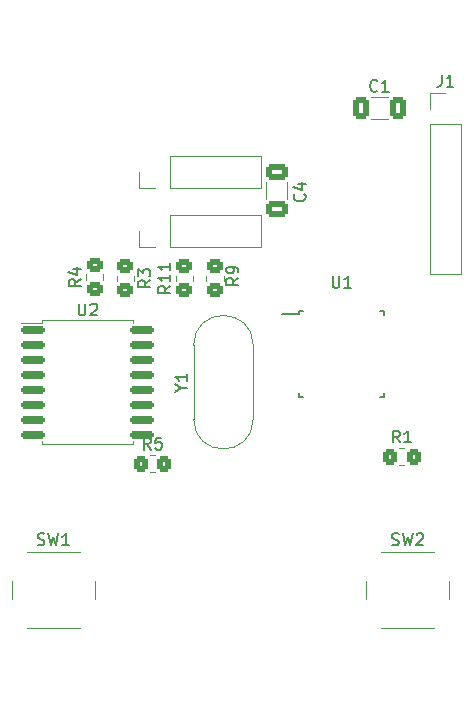
<source format=gto>
%TF.GenerationSoftware,KiCad,Pcbnew,(6.0.6)*%
%TF.CreationDate,2022-10-28T21:49:34+08:00*%
%TF.ProjectId,KB_SmartWatch,4b425f53-6d61-4727-9457-617463682e6b,rev?*%
%TF.SameCoordinates,Original*%
%TF.FileFunction,Legend,Top*%
%TF.FilePolarity,Positive*%
%FSLAX46Y46*%
G04 Gerber Fmt 4.6, Leading zero omitted, Abs format (unit mm)*
G04 Created by KiCad (PCBNEW (6.0.6)) date 2022-10-28 21:49:34*
%MOMM*%
%LPD*%
G01*
G04 APERTURE LIST*
G04 Aperture macros list*
%AMRoundRect*
0 Rectangle with rounded corners*
0 $1 Rounding radius*
0 $2 $3 $4 $5 $6 $7 $8 $9 X,Y pos of 4 corners*
0 Add a 4 corners polygon primitive as box body*
4,1,4,$2,$3,$4,$5,$6,$7,$8,$9,$2,$3,0*
0 Add four circle primitives for the rounded corners*
1,1,$1+$1,$2,$3*
1,1,$1+$1,$4,$5*
1,1,$1+$1,$6,$7*
1,1,$1+$1,$8,$9*
0 Add four rect primitives between the rounded corners*
20,1,$1+$1,$2,$3,$4,$5,0*
20,1,$1+$1,$4,$5,$6,$7,0*
20,1,$1+$1,$6,$7,$8,$9,0*
20,1,$1+$1,$8,$9,$2,$3,0*%
G04 Aperture macros list end*
%ADD10C,0.150000*%
%ADD11C,0.120000*%
%ADD12O,26.000000X4.600000*%
%ADD13RoundRect,0.150000X-0.875000X-0.150000X0.875000X-0.150000X0.875000X0.150000X-0.875000X0.150000X0*%
%ADD14R,1.600000X0.550000*%
%ADD15R,0.550000X1.600000*%
%ADD16R,1.700000X1.700000*%
%ADD17RoundRect,0.250000X-0.350000X-0.450000X0.350000X-0.450000X0.350000X0.450000X-0.350000X0.450000X0*%
%ADD18RoundRect,0.250000X0.450000X-0.350000X0.450000X0.350000X-0.450000X0.350000X-0.450000X-0.350000X0*%
%ADD19C,1.500000*%
%ADD20C,2.000000*%
%ADD21O,1.700000X1.700000*%
%ADD22RoundRect,0.250000X0.650000X-0.412500X0.650000X0.412500X-0.650000X0.412500X-0.650000X-0.412500X0*%
%ADD23RoundRect,0.250000X-0.412500X-0.650000X0.412500X-0.650000X0.412500X0.650000X-0.412500X0.650000X0*%
%ADD24RoundRect,0.250000X-0.450000X0.350000X-0.450000X-0.350000X0.450000X-0.350000X0.450000X0.350000X0*%
G04 APERTURE END LIST*
D10*
%TO.C,U2*%
X192538095Y-47452380D02*
X192538095Y-48261904D01*
X192585714Y-48357142D01*
X192633333Y-48404761D01*
X192728571Y-48452380D01*
X192919047Y-48452380D01*
X193014285Y-48404761D01*
X193061904Y-48357142D01*
X193109523Y-48261904D01*
X193109523Y-47452380D01*
X193538095Y-47547619D02*
X193585714Y-47500000D01*
X193680952Y-47452380D01*
X193919047Y-47452380D01*
X194014285Y-47500000D01*
X194061904Y-47547619D01*
X194109523Y-47642857D01*
X194109523Y-47738095D01*
X194061904Y-47880952D01*
X193490476Y-48452380D01*
X194109523Y-48452380D01*
%TO.C,U1*%
X214038095Y-45102380D02*
X214038095Y-45911904D01*
X214085714Y-46007142D01*
X214133333Y-46054761D01*
X214228571Y-46102380D01*
X214419047Y-46102380D01*
X214514285Y-46054761D01*
X214561904Y-46007142D01*
X214609523Y-45911904D01*
X214609523Y-45102380D01*
X215609523Y-46102380D02*
X215038095Y-46102380D01*
X215323809Y-46102380D02*
X215323809Y-45102380D01*
X215228571Y-45245238D01*
X215133333Y-45340476D01*
X215038095Y-45388095D01*
%TO.C,R1*%
X219733333Y-59202380D02*
X219400000Y-58726190D01*
X219161904Y-59202380D02*
X219161904Y-58202380D01*
X219542857Y-58202380D01*
X219638095Y-58250000D01*
X219685714Y-58297619D01*
X219733333Y-58392857D01*
X219733333Y-58535714D01*
X219685714Y-58630952D01*
X219638095Y-58678571D01*
X219542857Y-58726190D01*
X219161904Y-58726190D01*
X220685714Y-59202380D02*
X220114285Y-59202380D01*
X220400000Y-59202380D02*
X220400000Y-58202380D01*
X220304761Y-58345238D01*
X220209523Y-58440476D01*
X220114285Y-58488095D01*
%TO.C,R11*%
X200302380Y-45942857D02*
X199826190Y-46276190D01*
X200302380Y-46514285D02*
X199302380Y-46514285D01*
X199302380Y-46133333D01*
X199350000Y-46038095D01*
X199397619Y-45990476D01*
X199492857Y-45942857D01*
X199635714Y-45942857D01*
X199730952Y-45990476D01*
X199778571Y-46038095D01*
X199826190Y-46133333D01*
X199826190Y-46514285D01*
X200302380Y-44990476D02*
X200302380Y-45561904D01*
X200302380Y-45276190D02*
X199302380Y-45276190D01*
X199445238Y-45371428D01*
X199540476Y-45466666D01*
X199588095Y-45561904D01*
X200302380Y-44038095D02*
X200302380Y-44609523D01*
X200302380Y-44323809D02*
X199302380Y-44323809D01*
X199445238Y-44419047D01*
X199540476Y-44514285D01*
X199588095Y-44609523D01*
%TO.C,R9*%
X206052380Y-45266666D02*
X205576190Y-45600000D01*
X206052380Y-45838095D02*
X205052380Y-45838095D01*
X205052380Y-45457142D01*
X205100000Y-45361904D01*
X205147619Y-45314285D01*
X205242857Y-45266666D01*
X205385714Y-45266666D01*
X205480952Y-45314285D01*
X205528571Y-45361904D01*
X205576190Y-45457142D01*
X205576190Y-45838095D01*
X206052380Y-44790476D02*
X206052380Y-44600000D01*
X206004761Y-44504761D01*
X205957142Y-44457142D01*
X205814285Y-44361904D01*
X205623809Y-44314285D01*
X205242857Y-44314285D01*
X205147619Y-44361904D01*
X205100000Y-44409523D01*
X205052380Y-44504761D01*
X205052380Y-44695238D01*
X205100000Y-44790476D01*
X205147619Y-44838095D01*
X205242857Y-44885714D01*
X205480952Y-44885714D01*
X205576190Y-44838095D01*
X205623809Y-44790476D01*
X205671428Y-44695238D01*
X205671428Y-44504761D01*
X205623809Y-44409523D01*
X205576190Y-44361904D01*
X205480952Y-44314285D01*
%TO.C,Y1*%
X201251190Y-54576190D02*
X201727380Y-54576190D01*
X200727380Y-54909523D02*
X201251190Y-54576190D01*
X200727380Y-54242857D01*
X201727380Y-53385714D02*
X201727380Y-53957142D01*
X201727380Y-53671428D02*
X200727380Y-53671428D01*
X200870238Y-53766666D01*
X200965476Y-53861904D01*
X201013095Y-53957142D01*
%TO.C,SW2*%
X219066666Y-67854761D02*
X219209523Y-67902380D01*
X219447619Y-67902380D01*
X219542857Y-67854761D01*
X219590476Y-67807142D01*
X219638095Y-67711904D01*
X219638095Y-67616666D01*
X219590476Y-67521428D01*
X219542857Y-67473809D01*
X219447619Y-67426190D01*
X219257142Y-67378571D01*
X219161904Y-67330952D01*
X219114285Y-67283333D01*
X219066666Y-67188095D01*
X219066666Y-67092857D01*
X219114285Y-66997619D01*
X219161904Y-66950000D01*
X219257142Y-66902380D01*
X219495238Y-66902380D01*
X219638095Y-66950000D01*
X219971428Y-66902380D02*
X220209523Y-67902380D01*
X220400000Y-67188095D01*
X220590476Y-67902380D01*
X220828571Y-66902380D01*
X221161904Y-66997619D02*
X221209523Y-66950000D01*
X221304761Y-66902380D01*
X221542857Y-66902380D01*
X221638095Y-66950000D01*
X221685714Y-66997619D01*
X221733333Y-67092857D01*
X221733333Y-67188095D01*
X221685714Y-67330952D01*
X221114285Y-67902380D01*
X221733333Y-67902380D01*
%TO.C,C4*%
X211657142Y-38166666D02*
X211704761Y-38214285D01*
X211752380Y-38357142D01*
X211752380Y-38452380D01*
X211704761Y-38595238D01*
X211609523Y-38690476D01*
X211514285Y-38738095D01*
X211323809Y-38785714D01*
X211180952Y-38785714D01*
X210990476Y-38738095D01*
X210895238Y-38690476D01*
X210800000Y-38595238D01*
X210752380Y-38452380D01*
X210752380Y-38357142D01*
X210800000Y-38214285D01*
X210847619Y-38166666D01*
X211085714Y-37309523D02*
X211752380Y-37309523D01*
X210704761Y-37547619D02*
X211419047Y-37785714D01*
X211419047Y-37166666D01*
%TO.C,C1*%
X217833333Y-29407142D02*
X217785714Y-29454761D01*
X217642857Y-29502380D01*
X217547619Y-29502380D01*
X217404761Y-29454761D01*
X217309523Y-29359523D01*
X217261904Y-29264285D01*
X217214285Y-29073809D01*
X217214285Y-28930952D01*
X217261904Y-28740476D01*
X217309523Y-28645238D01*
X217404761Y-28550000D01*
X217547619Y-28502380D01*
X217642857Y-28502380D01*
X217785714Y-28550000D01*
X217833333Y-28597619D01*
X218785714Y-29502380D02*
X218214285Y-29502380D01*
X218500000Y-29502380D02*
X218500000Y-28502380D01*
X218404761Y-28645238D01*
X218309523Y-28740476D01*
X218214285Y-28788095D01*
%TO.C,R3*%
X198602380Y-45466666D02*
X198126190Y-45800000D01*
X198602380Y-46038095D02*
X197602380Y-46038095D01*
X197602380Y-45657142D01*
X197650000Y-45561904D01*
X197697619Y-45514285D01*
X197792857Y-45466666D01*
X197935714Y-45466666D01*
X198030952Y-45514285D01*
X198078571Y-45561904D01*
X198126190Y-45657142D01*
X198126190Y-46038095D01*
X197602380Y-45133333D02*
X197602380Y-44514285D01*
X197983333Y-44847619D01*
X197983333Y-44704761D01*
X198030952Y-44609523D01*
X198078571Y-44561904D01*
X198173809Y-44514285D01*
X198411904Y-44514285D01*
X198507142Y-44561904D01*
X198554761Y-44609523D01*
X198602380Y-44704761D01*
X198602380Y-44990476D01*
X198554761Y-45085714D01*
X198507142Y-45133333D01*
%TO.C,R4*%
X192702380Y-45366666D02*
X192226190Y-45700000D01*
X192702380Y-45938095D02*
X191702380Y-45938095D01*
X191702380Y-45557142D01*
X191750000Y-45461904D01*
X191797619Y-45414285D01*
X191892857Y-45366666D01*
X192035714Y-45366666D01*
X192130952Y-45414285D01*
X192178571Y-45461904D01*
X192226190Y-45557142D01*
X192226190Y-45938095D01*
X192035714Y-44509523D02*
X192702380Y-44509523D01*
X191654761Y-44747619D02*
X192369047Y-44985714D01*
X192369047Y-44366666D01*
%TO.C,SW1*%
X189066666Y-67854761D02*
X189209523Y-67902380D01*
X189447619Y-67902380D01*
X189542857Y-67854761D01*
X189590476Y-67807142D01*
X189638095Y-67711904D01*
X189638095Y-67616666D01*
X189590476Y-67521428D01*
X189542857Y-67473809D01*
X189447619Y-67426190D01*
X189257142Y-67378571D01*
X189161904Y-67330952D01*
X189114285Y-67283333D01*
X189066666Y-67188095D01*
X189066666Y-67092857D01*
X189114285Y-66997619D01*
X189161904Y-66950000D01*
X189257142Y-66902380D01*
X189495238Y-66902380D01*
X189638095Y-66950000D01*
X189971428Y-66902380D02*
X190209523Y-67902380D01*
X190400000Y-67188095D01*
X190590476Y-67902380D01*
X190828571Y-66902380D01*
X191733333Y-67902380D02*
X191161904Y-67902380D01*
X191447619Y-67902380D02*
X191447619Y-66902380D01*
X191352380Y-67045238D01*
X191257142Y-67140476D01*
X191161904Y-67188095D01*
%TO.C,R5*%
X198633333Y-59802380D02*
X198300000Y-59326190D01*
X198061904Y-59802380D02*
X198061904Y-58802380D01*
X198442857Y-58802380D01*
X198538095Y-58850000D01*
X198585714Y-58897619D01*
X198633333Y-58992857D01*
X198633333Y-59135714D01*
X198585714Y-59230952D01*
X198538095Y-59278571D01*
X198442857Y-59326190D01*
X198061904Y-59326190D01*
X199538095Y-58802380D02*
X199061904Y-58802380D01*
X199014285Y-59278571D01*
X199061904Y-59230952D01*
X199157142Y-59183333D01*
X199395238Y-59183333D01*
X199490476Y-59230952D01*
X199538095Y-59278571D01*
X199585714Y-59373809D01*
X199585714Y-59611904D01*
X199538095Y-59707142D01*
X199490476Y-59754761D01*
X199395238Y-59802380D01*
X199157142Y-59802380D01*
X199061904Y-59754761D01*
X199014285Y-59707142D01*
%TO.C,J1*%
X223266666Y-28072380D02*
X223266666Y-28786666D01*
X223219047Y-28929523D01*
X223123809Y-29024761D01*
X222980952Y-29072380D01*
X222885714Y-29072380D01*
X224266666Y-29072380D02*
X223695238Y-29072380D01*
X223980952Y-29072380D02*
X223980952Y-28072380D01*
X223885714Y-28215238D01*
X223790476Y-28310476D01*
X223695238Y-28358095D01*
D11*
%TO.C,REF\u002A\u002A*%
X207050000Y-26150000D02*
X204150000Y-26150000D01*
X207050000Y-23250000D02*
X207050000Y-26150000D01*
X204150000Y-26150000D02*
X204150000Y-23250000D01*
X204150000Y-23250000D02*
X207050000Y-23250000D01*
X204150000Y-78950000D02*
X207050000Y-78950000D01*
X207050000Y-81850000D02*
X204150000Y-81850000D01*
X204150000Y-81850000D02*
X204150000Y-78950000D01*
X207050000Y-78950000D02*
X207050000Y-81850000D01*
%TO.C,U2*%
X189440000Y-48840000D02*
X189440000Y-49095000D01*
X197160000Y-59360000D02*
X197160000Y-59105000D01*
X197160000Y-48840000D02*
X197160000Y-49095000D01*
X193300000Y-48840000D02*
X197160000Y-48840000D01*
X189440000Y-59360000D02*
X189440000Y-59105000D01*
X193300000Y-59360000D02*
X197160000Y-59360000D01*
X189440000Y-49095000D02*
X187625000Y-49095000D01*
X193300000Y-48840000D02*
X189440000Y-48840000D01*
X193300000Y-59360000D02*
X189440000Y-59360000D01*
D10*
%TO.C,U1*%
X211175000Y-48075000D02*
X211175000Y-48300000D01*
X211175000Y-48075000D02*
X211500000Y-48075000D01*
X218425000Y-48075000D02*
X218100000Y-48075000D01*
X211175000Y-48300000D02*
X209750000Y-48300000D01*
X218425000Y-55325000D02*
X218425000Y-55000000D01*
X218425000Y-48075000D02*
X218425000Y-48400000D01*
X211175000Y-55325000D02*
X211500000Y-55325000D01*
X218425000Y-55325000D02*
X218100000Y-55325000D01*
X211175000Y-55325000D02*
X211175000Y-55000000D01*
D11*
%TO.C,R1*%
X219672936Y-61135000D02*
X220127064Y-61135000D01*
X219672936Y-59665000D02*
X220127064Y-59665000D01*
%TO.C,R11*%
X200765000Y-45527064D02*
X200765000Y-45072936D01*
X202235000Y-45527064D02*
X202235000Y-45072936D01*
%TO.C,R9*%
X203365000Y-45527064D02*
X203365000Y-45072936D01*
X204835000Y-45527064D02*
X204835000Y-45072936D01*
%TO.C,Y1*%
X202275000Y-57225000D02*
X202275000Y-50975000D01*
X207325000Y-57225000D02*
X207325000Y-50975000D01*
X202275000Y-57225000D02*
G75*
G03*
X207325000Y-57225000I2525000J0D01*
G01*
X207325000Y-50975000D02*
G75*
G03*
X202275000Y-50975000I-2525000J0D01*
G01*
%TO.C,SW2*%
X216900000Y-70950000D02*
X216900000Y-72450000D01*
X222650000Y-68450000D02*
X218150000Y-68450000D01*
X218150000Y-74950000D02*
X222650000Y-74950000D01*
X223900000Y-72450000D02*
X223900000Y-70950000D01*
%TO.C,J4*%
X199000000Y-37630000D02*
X197670000Y-37630000D01*
X200270000Y-37630000D02*
X200270000Y-34970000D01*
X200270000Y-37630000D02*
X207950000Y-37630000D01*
X207950000Y-37630000D02*
X207950000Y-34970000D01*
X200270000Y-34970000D02*
X207950000Y-34970000D01*
X197670000Y-37630000D02*
X197670000Y-36300000D01*
%TO.C,C4*%
X208390000Y-38611252D02*
X208390000Y-37188748D01*
X210210000Y-38611252D02*
X210210000Y-37188748D01*
%TO.C,C1*%
X217288748Y-31810000D02*
X218711252Y-31810000D01*
X217288748Y-29990000D02*
X218711252Y-29990000D01*
%TO.C,R3*%
X195765000Y-45072936D02*
X195765000Y-45527064D01*
X197235000Y-45072936D02*
X197235000Y-45527064D01*
%TO.C,R4*%
X193165000Y-45427064D02*
X193165000Y-44972936D01*
X194635000Y-45427064D02*
X194635000Y-44972936D01*
%TO.C,SW1*%
X192650000Y-68450000D02*
X188150000Y-68450000D01*
X193900000Y-72450000D02*
X193900000Y-70950000D01*
X188150000Y-74950000D02*
X192650000Y-74950000D01*
X186900000Y-70950000D02*
X186900000Y-72450000D01*
%TO.C,R5*%
X198572936Y-60265000D02*
X199027064Y-60265000D01*
X198572936Y-61735000D02*
X199027064Y-61735000D01*
%TO.C,J1*%
X222270000Y-30950000D02*
X222270000Y-29620000D01*
X222270000Y-32220000D02*
X222270000Y-44980000D01*
X222270000Y-44980000D02*
X224930000Y-44980000D01*
X222270000Y-32220000D02*
X224930000Y-32220000D01*
X224930000Y-32220000D02*
X224930000Y-44980000D01*
X222270000Y-29620000D02*
X223600000Y-29620000D01*
%TO.C,J2*%
X197670000Y-42630000D02*
X197670000Y-41300000D01*
X200270000Y-39970000D02*
X207950000Y-39970000D01*
X200270000Y-42630000D02*
X200270000Y-39970000D01*
X207950000Y-42630000D02*
X207950000Y-39970000D01*
X200270000Y-42630000D02*
X207950000Y-42630000D01*
X199000000Y-42630000D02*
X197670000Y-42630000D01*
%TD*%
%LPC*%
D12*
%TO.C,REF\u002A\u002A*%
X205600000Y-24700000D03*
%TD*%
%TO.C,REF\u002A\u002A*%
X205600000Y-80400000D03*
%TD*%
D13*
%TO.C,U2*%
X188650000Y-49655000D03*
X188650000Y-50925000D03*
X188650000Y-52195000D03*
X188650000Y-53465000D03*
X188650000Y-54735000D03*
X188650000Y-56005000D03*
X188650000Y-57275000D03*
X188650000Y-58545000D03*
X197950000Y-58545000D03*
X197950000Y-57275000D03*
X197950000Y-56005000D03*
X197950000Y-54735000D03*
X197950000Y-53465000D03*
X197950000Y-52195000D03*
X197950000Y-50925000D03*
X197950000Y-49655000D03*
%TD*%
D14*
%TO.C,U1*%
X210550000Y-48900000D03*
X210550000Y-49700000D03*
X210550000Y-50500000D03*
X210550000Y-51300000D03*
X210550000Y-52100000D03*
X210550000Y-52900000D03*
X210550000Y-53700000D03*
X210550000Y-54500000D03*
D15*
X212000000Y-55950000D03*
X212800000Y-55950000D03*
X213600000Y-55950000D03*
X214400000Y-55950000D03*
X215200000Y-55950000D03*
X216000000Y-55950000D03*
X216800000Y-55950000D03*
X217600000Y-55950000D03*
D14*
X219050000Y-54500000D03*
X219050000Y-53700000D03*
X219050000Y-52900000D03*
X219050000Y-52100000D03*
X219050000Y-51300000D03*
X219050000Y-50500000D03*
X219050000Y-49700000D03*
X219050000Y-48900000D03*
D15*
X217600000Y-47450000D03*
X216800000Y-47450000D03*
X216000000Y-47450000D03*
X215200000Y-47450000D03*
X214400000Y-47450000D03*
X213600000Y-47450000D03*
X212800000Y-47450000D03*
X212000000Y-47450000D03*
%TD*%
D16*
%TO.C,J9*%
X187400000Y-45200000D03*
%TD*%
%TO.C,J6*%
X209300000Y-42100000D03*
%TD*%
D17*
%TO.C,R1*%
X218900000Y-60400000D03*
X220900000Y-60400000D03*
%TD*%
D18*
%TO.C,R11*%
X201500000Y-46300000D03*
X201500000Y-44300000D03*
%TD*%
%TO.C,R9*%
X204100000Y-46300000D03*
X204100000Y-44300000D03*
%TD*%
D19*
%TO.C,Y1*%
X204800000Y-56550000D03*
X204800000Y-51650000D03*
%TD*%
D20*
%TO.C,SW2*%
X217150000Y-69450000D03*
X223650000Y-69450000D03*
X217150000Y-73950000D03*
X223650000Y-73950000D03*
%TD*%
D21*
%TO.C,J4*%
X206620000Y-36300000D03*
X204080000Y-36300000D03*
X201540000Y-36300000D03*
D16*
X199000000Y-36300000D03*
%TD*%
D22*
%TO.C,C4*%
X209300000Y-39462500D03*
X209300000Y-36337500D03*
%TD*%
D23*
%TO.C,C1*%
X216437500Y-30900000D03*
X219562500Y-30900000D03*
%TD*%
D24*
%TO.C,R3*%
X196500000Y-44300000D03*
X196500000Y-46300000D03*
%TD*%
D16*
%TO.C,J3*%
X223400000Y-65640000D03*
D21*
X223400000Y-63100000D03*
X223400000Y-60560000D03*
X223400000Y-58020000D03*
X223400000Y-55480000D03*
X223400000Y-52940000D03*
X223400000Y-50400000D03*
%TD*%
D16*
%TO.C,J7*%
X209300000Y-34200000D03*
%TD*%
D18*
%TO.C,R4*%
X193900000Y-46200000D03*
X193900000Y-44200000D03*
%TD*%
D16*
%TO.C,J5*%
X209300000Y-45200000D03*
%TD*%
D20*
%TO.C,SW1*%
X187150000Y-69450000D03*
X193650000Y-69450000D03*
X187150000Y-73950000D03*
X193650000Y-73950000D03*
%TD*%
D17*
%TO.C,R5*%
X197800000Y-61000000D03*
X199800000Y-61000000D03*
%TD*%
D16*
%TO.C,J1*%
X223600000Y-30950000D03*
D21*
X223600000Y-33490000D03*
X223600000Y-36030000D03*
X223600000Y-38570000D03*
X223600000Y-41110000D03*
X223600000Y-43650000D03*
%TD*%
D16*
%TO.C,J8*%
X209300000Y-31000000D03*
%TD*%
D21*
%TO.C,J2*%
X206620000Y-41300000D03*
X204080000Y-41300000D03*
X201540000Y-41300000D03*
D16*
X199000000Y-41300000D03*
%TD*%
M02*

</source>
